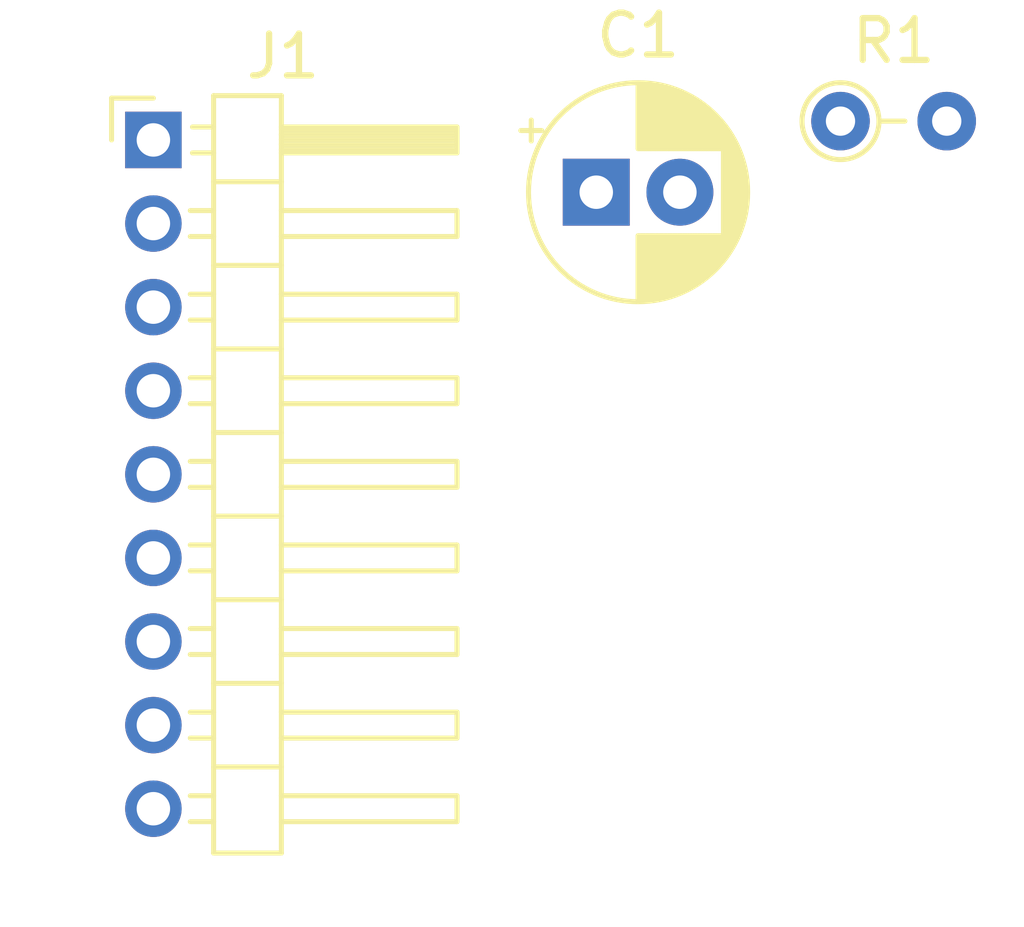
<source format=kicad_pcb>
(kicad_pcb (version 20171130) (host pcbnew "(5.1.2-1)-1")

  (general
    (thickness 1.6)
    (drawings 0)
    (tracks 0)
    (zones 0)
    (modules 3)
    (nets 8)
  )

  (page A4)
  (layers
    (0 F.Cu signal)
    (31 B.Cu signal)
    (32 B.Adhes user)
    (33 F.Adhes user)
    (34 B.Paste user)
    (35 F.Paste user)
    (36 B.SilkS user)
    (37 F.SilkS user)
    (38 B.Mask user)
    (39 F.Mask user)
    (40 Dwgs.User user)
    (41 Cmts.User user)
    (42 Eco1.User user)
    (43 Eco2.User user)
    (44 Edge.Cuts user)
    (45 Margin user)
    (46 B.CrtYd user)
    (47 F.CrtYd user)
    (48 B.Fab user)
    (49 F.Fab user)
  )

  (setup
    (last_trace_width 0.25)
    (trace_clearance 0.2)
    (zone_clearance 0.508)
    (zone_45_only no)
    (trace_min 0.2)
    (via_size 0.8)
    (via_drill 0.4)
    (via_min_size 0.4)
    (via_min_drill 0.3)
    (uvia_size 0.3)
    (uvia_drill 0.1)
    (uvias_allowed no)
    (uvia_min_size 0.2)
    (uvia_min_drill 0.1)
    (edge_width 0.05)
    (segment_width 0.2)
    (pcb_text_width 0.3)
    (pcb_text_size 1.5 1.5)
    (mod_edge_width 0.12)
    (mod_text_size 1 1)
    (mod_text_width 0.15)
    (pad_size 1.524 1.524)
    (pad_drill 0.762)
    (pad_to_mask_clearance 0.051)
    (solder_mask_min_width 0.25)
    (aux_axis_origin 0 0)
    (visible_elements FFFFEF7F)
    (pcbplotparams
      (layerselection 0x010fc_ffffffff)
      (usegerberextensions false)
      (usegerberattributes false)
      (usegerberadvancedattributes false)
      (creategerberjobfile false)
      (excludeedgelayer true)
      (linewidth 0.100000)
      (plotframeref false)
      (viasonmask false)
      (mode 1)
      (useauxorigin false)
      (hpglpennumber 1)
      (hpglpenspeed 20)
      (hpglpendiameter 15.000000)
      (psnegative false)
      (psa4output false)
      (plotreference true)
      (plotvalue true)
      (plotinvisibletext false)
      (padsonsilk false)
      (subtractmaskfromsilk false)
      (outputformat 1)
      (mirror false)
      (drillshape 1)
      (scaleselection 1)
      (outputdirectory ""))
  )

  (net 0 "")
  (net 1 "Net-(C1-Pad2)")
  (net 2 "Net-(C1-Pad1)")
  (net 3 "Net-(J1-Pad6)")
  (net 4 "Net-(J1-Pad5)")
  (net 5 "Net-(J1-Pad3)")
  (net 6 "Net-(J1-Pad2)")
  (net 7 "Net-(J1-Pad1)")

  (net_class Default "This is the default net class."
    (clearance 0.2)
    (trace_width 0.25)
    (via_dia 0.8)
    (via_drill 0.4)
    (uvia_dia 0.3)
    (uvia_drill 0.1)
    (add_net "Net-(C1-Pad1)")
    (add_net "Net-(C1-Pad2)")
    (add_net "Net-(J1-Pad1)")
    (add_net "Net-(J1-Pad2)")
    (add_net "Net-(J1-Pad3)")
    (add_net "Net-(J1-Pad5)")
    (add_net "Net-(J1-Pad6)")
  )

  (module Resistor_THT:R_Axial_DIN0204_L3.6mm_D1.6mm_P2.54mm_Vertical (layer F.Cu) (tedit 5AE5139B) (tstamp 5E5DD2D9)
    (at 167.130225 74.5)
    (descr "Resistor, Axial_DIN0204 series, Axial, Vertical, pin pitch=2.54mm, 0.167W, length*diameter=3.6*1.6mm^2, http://cdn-reichelt.de/documents/datenblatt/B400/1_4W%23YAG.pdf")
    (tags "Resistor Axial_DIN0204 series Axial Vertical pin pitch 2.54mm 0.167W length 3.6mm diameter 1.6mm")
    (path /5E5D8064)
    (fp_text reference R1 (at 1.27 -1.92) (layer F.SilkS)
      (effects (font (size 1 1) (thickness 0.15)))
    )
    (fp_text value R_Small (at 1.27 1.92) (layer F.Fab)
      (effects (font (size 1 1) (thickness 0.15)))
    )
    (fp_text user %R (at 1.27 -1.92) (layer F.Fab)
      (effects (font (size 1 1) (thickness 0.15)))
    )
    (fp_line (start 3.49 -1.05) (end -1.05 -1.05) (layer F.CrtYd) (width 0.05))
    (fp_line (start 3.49 1.05) (end 3.49 -1.05) (layer F.CrtYd) (width 0.05))
    (fp_line (start -1.05 1.05) (end 3.49 1.05) (layer F.CrtYd) (width 0.05))
    (fp_line (start -1.05 -1.05) (end -1.05 1.05) (layer F.CrtYd) (width 0.05))
    (fp_line (start 0.92 0) (end 1.54 0) (layer F.SilkS) (width 0.12))
    (fp_line (start 0 0) (end 2.54 0) (layer F.Fab) (width 0.1))
    (fp_circle (center 0 0) (end 0.92 0) (layer F.SilkS) (width 0.12))
    (fp_circle (center 0 0) (end 0.8 0) (layer F.Fab) (width 0.1))
    (pad 2 thru_hole oval (at 2.54 0) (size 1.4 1.4) (drill 0.7) (layers *.Cu *.Mask)
      (net 2 "Net-(C1-Pad1)"))
    (pad 1 thru_hole circle (at 0 0) (size 1.4 1.4) (drill 0.7) (layers *.Cu *.Mask)
      (net 7 "Net-(J1-Pad1)"))
    (model ${KISYS3DMOD}/Resistor_THT.3dshapes/R_Axial_DIN0204_L3.6mm_D1.6mm_P2.54mm_Vertical.wrl
      (at (xyz 0 0 0))
      (scale (xyz 1 1 1))
      (rotate (xyz 0 0 0))
    )
  )

  (module Connector_PinHeader_2.00mm:PinHeader_1x09_P2.00mm_Horizontal (layer F.Cu) (tedit 59FED667) (tstamp 5E5DD2CA)
    (at 150.700225 74.95)
    (descr "Through hole angled pin header, 1x09, 2.00mm pitch, 4.2mm pin length, single row")
    (tags "Through hole angled pin header THT 1x09 2.00mm single row")
    (path /5E5D8279)
    (fp_text reference J1 (at 3.1 -2) (layer F.SilkS)
      (effects (font (size 1 1) (thickness 0.15)))
    )
    (fp_text value Conn_01x06_Male (at 3.1 18) (layer F.Fab)
      (effects (font (size 1 1) (thickness 0.15)))
    )
    (fp_text user %R (at 2.25 8 90) (layer F.Fab)
      (effects (font (size 0.9 0.9) (thickness 0.135)))
    )
    (fp_line (start 7.7 -1.5) (end -1.5 -1.5) (layer F.CrtYd) (width 0.05))
    (fp_line (start 7.7 17.5) (end 7.7 -1.5) (layer F.CrtYd) (width 0.05))
    (fp_line (start -1.5 17.5) (end 7.7 17.5) (layer F.CrtYd) (width 0.05))
    (fp_line (start -1.5 -1.5) (end -1.5 17.5) (layer F.CrtYd) (width 0.05))
    (fp_line (start -1 -1) (end 0 -1) (layer F.SilkS) (width 0.12))
    (fp_line (start -1 0) (end -1 -1) (layer F.SilkS) (width 0.12))
    (fp_line (start 0.882114 16.31) (end 1.44 16.31) (layer F.SilkS) (width 0.12))
    (fp_line (start 0.882114 15.69) (end 1.44 15.69) (layer F.SilkS) (width 0.12))
    (fp_line (start 7.26 16.31) (end 3.06 16.31) (layer F.SilkS) (width 0.12))
    (fp_line (start 7.26 15.69) (end 7.26 16.31) (layer F.SilkS) (width 0.12))
    (fp_line (start 3.06 15.69) (end 7.26 15.69) (layer F.SilkS) (width 0.12))
    (fp_line (start 1.44 15) (end 3.06 15) (layer F.SilkS) (width 0.12))
    (fp_line (start 0.882114 14.31) (end 1.44 14.31) (layer F.SilkS) (width 0.12))
    (fp_line (start 0.882114 13.69) (end 1.44 13.69) (layer F.SilkS) (width 0.12))
    (fp_line (start 7.26 14.31) (end 3.06 14.31) (layer F.SilkS) (width 0.12))
    (fp_line (start 7.26 13.69) (end 7.26 14.31) (layer F.SilkS) (width 0.12))
    (fp_line (start 3.06 13.69) (end 7.26 13.69) (layer F.SilkS) (width 0.12))
    (fp_line (start 1.44 13) (end 3.06 13) (layer F.SilkS) (width 0.12))
    (fp_line (start 0.882114 12.31) (end 1.44 12.31) (layer F.SilkS) (width 0.12))
    (fp_line (start 0.882114 11.69) (end 1.44 11.69) (layer F.SilkS) (width 0.12))
    (fp_line (start 7.26 12.31) (end 3.06 12.31) (layer F.SilkS) (width 0.12))
    (fp_line (start 7.26 11.69) (end 7.26 12.31) (layer F.SilkS) (width 0.12))
    (fp_line (start 3.06 11.69) (end 7.26 11.69) (layer F.SilkS) (width 0.12))
    (fp_line (start 1.44 11) (end 3.06 11) (layer F.SilkS) (width 0.12))
    (fp_line (start 0.882114 10.31) (end 1.44 10.31) (layer F.SilkS) (width 0.12))
    (fp_line (start 0.882114 9.69) (end 1.44 9.69) (layer F.SilkS) (width 0.12))
    (fp_line (start 7.26 10.31) (end 3.06 10.31) (layer F.SilkS) (width 0.12))
    (fp_line (start 7.26 9.69) (end 7.26 10.31) (layer F.SilkS) (width 0.12))
    (fp_line (start 3.06 9.69) (end 7.26 9.69) (layer F.SilkS) (width 0.12))
    (fp_line (start 1.44 9) (end 3.06 9) (layer F.SilkS) (width 0.12))
    (fp_line (start 0.882114 8.31) (end 1.44 8.31) (layer F.SilkS) (width 0.12))
    (fp_line (start 0.882114 7.69) (end 1.44 7.69) (layer F.SilkS) (width 0.12))
    (fp_line (start 7.26 8.31) (end 3.06 8.31) (layer F.SilkS) (width 0.12))
    (fp_line (start 7.26 7.69) (end 7.26 8.31) (layer F.SilkS) (width 0.12))
    (fp_line (start 3.06 7.69) (end 7.26 7.69) (layer F.SilkS) (width 0.12))
    (fp_line (start 1.44 7) (end 3.06 7) (layer F.SilkS) (width 0.12))
    (fp_line (start 0.882114 6.31) (end 1.44 6.31) (layer F.SilkS) (width 0.12))
    (fp_line (start 0.882114 5.69) (end 1.44 5.69) (layer F.SilkS) (width 0.12))
    (fp_line (start 7.26 6.31) (end 3.06 6.31) (layer F.SilkS) (width 0.12))
    (fp_line (start 7.26 5.69) (end 7.26 6.31) (layer F.SilkS) (width 0.12))
    (fp_line (start 3.06 5.69) (end 7.26 5.69) (layer F.SilkS) (width 0.12))
    (fp_line (start 1.44 5) (end 3.06 5) (layer F.SilkS) (width 0.12))
    (fp_line (start 0.882114 4.31) (end 1.44 4.31) (layer F.SilkS) (width 0.12))
    (fp_line (start 0.882114 3.69) (end 1.44 3.69) (layer F.SilkS) (width 0.12))
    (fp_line (start 7.26 4.31) (end 3.06 4.31) (layer F.SilkS) (width 0.12))
    (fp_line (start 7.26 3.69) (end 7.26 4.31) (layer F.SilkS) (width 0.12))
    (fp_line (start 3.06 3.69) (end 7.26 3.69) (layer F.SilkS) (width 0.12))
    (fp_line (start 1.44 3) (end 3.06 3) (layer F.SilkS) (width 0.12))
    (fp_line (start 0.882114 2.31) (end 1.44 2.31) (layer F.SilkS) (width 0.12))
    (fp_line (start 0.882114 1.69) (end 1.44 1.69) (layer F.SilkS) (width 0.12))
    (fp_line (start 7.26 2.31) (end 3.06 2.31) (layer F.SilkS) (width 0.12))
    (fp_line (start 7.26 1.69) (end 7.26 2.31) (layer F.SilkS) (width 0.12))
    (fp_line (start 3.06 1.69) (end 7.26 1.69) (layer F.SilkS) (width 0.12))
    (fp_line (start 1.44 1) (end 3.06 1) (layer F.SilkS) (width 0.12))
    (fp_line (start 0.935 0.31) (end 1.44 0.31) (layer F.SilkS) (width 0.12))
    (fp_line (start 0.935 -0.31) (end 1.44 -0.31) (layer F.SilkS) (width 0.12))
    (fp_line (start 3.06 0.23) (end 7.26 0.23) (layer F.SilkS) (width 0.12))
    (fp_line (start 3.06 0.11) (end 7.26 0.11) (layer F.SilkS) (width 0.12))
    (fp_line (start 3.06 -0.01) (end 7.26 -0.01) (layer F.SilkS) (width 0.12))
    (fp_line (start 3.06 -0.13) (end 7.26 -0.13) (layer F.SilkS) (width 0.12))
    (fp_line (start 3.06 -0.25) (end 7.26 -0.25) (layer F.SilkS) (width 0.12))
    (fp_line (start 7.26 0.31) (end 3.06 0.31) (layer F.SilkS) (width 0.12))
    (fp_line (start 7.26 -0.31) (end 7.26 0.31) (layer F.SilkS) (width 0.12))
    (fp_line (start 3.06 -0.31) (end 7.26 -0.31) (layer F.SilkS) (width 0.12))
    (fp_line (start 3.06 -1.06) (end 1.44 -1.06) (layer F.SilkS) (width 0.12))
    (fp_line (start 3.06 17.06) (end 3.06 -1.06) (layer F.SilkS) (width 0.12))
    (fp_line (start 1.44 17.06) (end 3.06 17.06) (layer F.SilkS) (width 0.12))
    (fp_line (start 1.44 -1.06) (end 1.44 17.06) (layer F.SilkS) (width 0.12))
    (fp_line (start 3 16.25) (end 7.2 16.25) (layer F.Fab) (width 0.1))
    (fp_line (start 7.2 15.75) (end 7.2 16.25) (layer F.Fab) (width 0.1))
    (fp_line (start 3 15.75) (end 7.2 15.75) (layer F.Fab) (width 0.1))
    (fp_line (start -0.25 16.25) (end 1.5 16.25) (layer F.Fab) (width 0.1))
    (fp_line (start -0.25 15.75) (end -0.25 16.25) (layer F.Fab) (width 0.1))
    (fp_line (start -0.25 15.75) (end 1.5 15.75) (layer F.Fab) (width 0.1))
    (fp_line (start 3 14.25) (end 7.2 14.25) (layer F.Fab) (width 0.1))
    (fp_line (start 7.2 13.75) (end 7.2 14.25) (layer F.Fab) (width 0.1))
    (fp_line (start 3 13.75) (end 7.2 13.75) (layer F.Fab) (width 0.1))
    (fp_line (start -0.25 14.25) (end 1.5 14.25) (layer F.Fab) (width 0.1))
    (fp_line (start -0.25 13.75) (end -0.25 14.25) (layer F.Fab) (width 0.1))
    (fp_line (start -0.25 13.75) (end 1.5 13.75) (layer F.Fab) (width 0.1))
    (fp_line (start 3 12.25) (end 7.2 12.25) (layer F.Fab) (width 0.1))
    (fp_line (start 7.2 11.75) (end 7.2 12.25) (layer F.Fab) (width 0.1))
    (fp_line (start 3 11.75) (end 7.2 11.75) (layer F.Fab) (width 0.1))
    (fp_line (start -0.25 12.25) (end 1.5 12.25) (layer F.Fab) (width 0.1))
    (fp_line (start -0.25 11.75) (end -0.25 12.25) (layer F.Fab) (width 0.1))
    (fp_line (start -0.25 11.75) (end 1.5 11.75) (layer F.Fab) (width 0.1))
    (fp_line (start 3 10.25) (end 7.2 10.25) (layer F.Fab) (width 0.1))
    (fp_line (start 7.2 9.75) (end 7.2 10.25) (layer F.Fab) (width 0.1))
    (fp_line (start 3 9.75) (end 7.2 9.75) (layer F.Fab) (width 0.1))
    (fp_line (start -0.25 10.25) (end 1.5 10.25) (layer F.Fab) (width 0.1))
    (fp_line (start -0.25 9.75) (end -0.25 10.25) (layer F.Fab) (width 0.1))
    (fp_line (start -0.25 9.75) (end 1.5 9.75) (layer F.Fab) (width 0.1))
    (fp_line (start 3 8.25) (end 7.2 8.25) (layer F.Fab) (width 0.1))
    (fp_line (start 7.2 7.75) (end 7.2 8.25) (layer F.Fab) (width 0.1))
    (fp_line (start 3 7.75) (end 7.2 7.75) (layer F.Fab) (width 0.1))
    (fp_line (start -0.25 8.25) (end 1.5 8.25) (layer F.Fab) (width 0.1))
    (fp_line (start -0.25 7.75) (end -0.25 8.25) (layer F.Fab) (width 0.1))
    (fp_line (start -0.25 7.75) (end 1.5 7.75) (layer F.Fab) (width 0.1))
    (fp_line (start 3 6.25) (end 7.2 6.25) (layer F.Fab) (width 0.1))
    (fp_line (start 7.2 5.75) (end 7.2 6.25) (layer F.Fab) (width 0.1))
    (fp_line (start 3 5.75) (end 7.2 5.75) (layer F.Fab) (width 0.1))
    (fp_line (start -0.25 6.25) (end 1.5 6.25) (layer F.Fab) (width 0.1))
    (fp_line (start -0.25 5.75) (end -0.25 6.25) (layer F.Fab) (width 0.1))
    (fp_line (start -0.25 5.75) (end 1.5 5.75) (layer F.Fab) (width 0.1))
    (fp_line (start 3 4.25) (end 7.2 4.25) (layer F.Fab) (width 0.1))
    (fp_line (start 7.2 3.75) (end 7.2 4.25) (layer F.Fab) (width 0.1))
    (fp_line (start 3 3.75) (end 7.2 3.75) (layer F.Fab) (width 0.1))
    (fp_line (start -0.25 4.25) (end 1.5 4.25) (layer F.Fab) (width 0.1))
    (fp_line (start -0.25 3.75) (end -0.25 4.25) (layer F.Fab) (width 0.1))
    (fp_line (start -0.25 3.75) (end 1.5 3.75) (layer F.Fab) (width 0.1))
    (fp_line (start 3 2.25) (end 7.2 2.25) (layer F.Fab) (width 0.1))
    (fp_line (start 7.2 1.75) (end 7.2 2.25) (layer F.Fab) (width 0.1))
    (fp_line (start 3 1.75) (end 7.2 1.75) (layer F.Fab) (width 0.1))
    (fp_line (start -0.25 2.25) (end 1.5 2.25) (layer F.Fab) (width 0.1))
    (fp_line (start -0.25 1.75) (end -0.25 2.25) (layer F.Fab) (width 0.1))
    (fp_line (start -0.25 1.75) (end 1.5 1.75) (layer F.Fab) (width 0.1))
    (fp_line (start 3 0.25) (end 7.2 0.25) (layer F.Fab) (width 0.1))
    (fp_line (start 7.2 -0.25) (end 7.2 0.25) (layer F.Fab) (width 0.1))
    (fp_line (start 3 -0.25) (end 7.2 -0.25) (layer F.Fab) (width 0.1))
    (fp_line (start -0.25 0.25) (end 1.5 0.25) (layer F.Fab) (width 0.1))
    (fp_line (start -0.25 -0.25) (end -0.25 0.25) (layer F.Fab) (width 0.1))
    (fp_line (start -0.25 -0.25) (end 1.5 -0.25) (layer F.Fab) (width 0.1))
    (fp_line (start 1.5 -0.625) (end 1.875 -1) (layer F.Fab) (width 0.1))
    (fp_line (start 1.5 17) (end 1.5 -0.625) (layer F.Fab) (width 0.1))
    (fp_line (start 3 17) (end 1.5 17) (layer F.Fab) (width 0.1))
    (fp_line (start 3 -1) (end 3 17) (layer F.Fab) (width 0.1))
    (fp_line (start 1.875 -1) (end 3 -1) (layer F.Fab) (width 0.1))
    (pad 9 thru_hole oval (at 0 16) (size 1.35 1.35) (drill 0.8) (layers *.Cu *.Mask))
    (pad 8 thru_hole oval (at 0 14) (size 1.35 1.35) (drill 0.8) (layers *.Cu *.Mask))
    (pad 7 thru_hole oval (at 0 12) (size 1.35 1.35) (drill 0.8) (layers *.Cu *.Mask))
    (pad 6 thru_hole oval (at 0 10) (size 1.35 1.35) (drill 0.8) (layers *.Cu *.Mask)
      (net 3 "Net-(J1-Pad6)"))
    (pad 5 thru_hole oval (at 0 8) (size 1.35 1.35) (drill 0.8) (layers *.Cu *.Mask)
      (net 4 "Net-(J1-Pad5)"))
    (pad 4 thru_hole oval (at 0 6) (size 1.35 1.35) (drill 0.8) (layers *.Cu *.Mask)
      (net 1 "Net-(C1-Pad2)"))
    (pad 3 thru_hole oval (at 0 4) (size 1.35 1.35) (drill 0.8) (layers *.Cu *.Mask)
      (net 5 "Net-(J1-Pad3)"))
    (pad 2 thru_hole oval (at 0 2) (size 1.35 1.35) (drill 0.8) (layers *.Cu *.Mask)
      (net 6 "Net-(J1-Pad2)"))
    (pad 1 thru_hole rect (at 0 0) (size 1.35 1.35) (drill 0.8) (layers *.Cu *.Mask)
      (net 7 "Net-(J1-Pad1)"))
    (model ${KISYS3DMOD}/Connector_PinHeader_2.00mm.3dshapes/PinHeader_1x09_P2.00mm_Horizontal.wrl
      (at (xyz 0 0 0))
      (scale (xyz 1 1 1))
      (rotate (xyz 0 0 0))
    )
  )

  (module Capacitor_THT:CP_Radial_D5.0mm_P2.00mm (layer F.Cu) (tedit 5AE50EF0) (tstamp 5E5DD23D)
    (at 161.29 76.2)
    (descr "CP, Radial series, Radial, pin pitch=2.00mm, , diameter=5mm, Electrolytic Capacitor")
    (tags "CP Radial series Radial pin pitch 2.00mm  diameter 5mm Electrolytic Capacitor")
    (path /5E5D8757)
    (fp_text reference C1 (at 1 -3.75) (layer F.SilkS)
      (effects (font (size 1 1) (thickness 0.15)))
    )
    (fp_text value CP (at 1 3.75) (layer F.Fab)
      (effects (font (size 1 1) (thickness 0.15)))
    )
    (fp_text user %R (at 1 0) (layer F.Fab)
      (effects (font (size 1 1) (thickness 0.15)))
    )
    (fp_line (start -1.554775 -1.725) (end -1.554775 -1.225) (layer F.SilkS) (width 0.12))
    (fp_line (start -1.804775 -1.475) (end -1.304775 -1.475) (layer F.SilkS) (width 0.12))
    (fp_line (start 3.601 -0.284) (end 3.601 0.284) (layer F.SilkS) (width 0.12))
    (fp_line (start 3.561 -0.518) (end 3.561 0.518) (layer F.SilkS) (width 0.12))
    (fp_line (start 3.521 -0.677) (end 3.521 0.677) (layer F.SilkS) (width 0.12))
    (fp_line (start 3.481 -0.805) (end 3.481 0.805) (layer F.SilkS) (width 0.12))
    (fp_line (start 3.441 -0.915) (end 3.441 0.915) (layer F.SilkS) (width 0.12))
    (fp_line (start 3.401 -1.011) (end 3.401 1.011) (layer F.SilkS) (width 0.12))
    (fp_line (start 3.361 -1.098) (end 3.361 1.098) (layer F.SilkS) (width 0.12))
    (fp_line (start 3.321 -1.178) (end 3.321 1.178) (layer F.SilkS) (width 0.12))
    (fp_line (start 3.281 -1.251) (end 3.281 1.251) (layer F.SilkS) (width 0.12))
    (fp_line (start 3.241 -1.319) (end 3.241 1.319) (layer F.SilkS) (width 0.12))
    (fp_line (start 3.201 -1.383) (end 3.201 1.383) (layer F.SilkS) (width 0.12))
    (fp_line (start 3.161 -1.443) (end 3.161 1.443) (layer F.SilkS) (width 0.12))
    (fp_line (start 3.121 -1.5) (end 3.121 1.5) (layer F.SilkS) (width 0.12))
    (fp_line (start 3.081 -1.554) (end 3.081 1.554) (layer F.SilkS) (width 0.12))
    (fp_line (start 3.041 -1.605) (end 3.041 1.605) (layer F.SilkS) (width 0.12))
    (fp_line (start 3.001 1.04) (end 3.001 1.653) (layer F.SilkS) (width 0.12))
    (fp_line (start 3.001 -1.653) (end 3.001 -1.04) (layer F.SilkS) (width 0.12))
    (fp_line (start 2.961 1.04) (end 2.961 1.699) (layer F.SilkS) (width 0.12))
    (fp_line (start 2.961 -1.699) (end 2.961 -1.04) (layer F.SilkS) (width 0.12))
    (fp_line (start 2.921 1.04) (end 2.921 1.743) (layer F.SilkS) (width 0.12))
    (fp_line (start 2.921 -1.743) (end 2.921 -1.04) (layer F.SilkS) (width 0.12))
    (fp_line (start 2.881 1.04) (end 2.881 1.785) (layer F.SilkS) (width 0.12))
    (fp_line (start 2.881 -1.785) (end 2.881 -1.04) (layer F.SilkS) (width 0.12))
    (fp_line (start 2.841 1.04) (end 2.841 1.826) (layer F.SilkS) (width 0.12))
    (fp_line (start 2.841 -1.826) (end 2.841 -1.04) (layer F.SilkS) (width 0.12))
    (fp_line (start 2.801 1.04) (end 2.801 1.864) (layer F.SilkS) (width 0.12))
    (fp_line (start 2.801 -1.864) (end 2.801 -1.04) (layer F.SilkS) (width 0.12))
    (fp_line (start 2.761 1.04) (end 2.761 1.901) (layer F.SilkS) (width 0.12))
    (fp_line (start 2.761 -1.901) (end 2.761 -1.04) (layer F.SilkS) (width 0.12))
    (fp_line (start 2.721 1.04) (end 2.721 1.937) (layer F.SilkS) (width 0.12))
    (fp_line (start 2.721 -1.937) (end 2.721 -1.04) (layer F.SilkS) (width 0.12))
    (fp_line (start 2.681 1.04) (end 2.681 1.971) (layer F.SilkS) (width 0.12))
    (fp_line (start 2.681 -1.971) (end 2.681 -1.04) (layer F.SilkS) (width 0.12))
    (fp_line (start 2.641 1.04) (end 2.641 2.004) (layer F.SilkS) (width 0.12))
    (fp_line (start 2.641 -2.004) (end 2.641 -1.04) (layer F.SilkS) (width 0.12))
    (fp_line (start 2.601 1.04) (end 2.601 2.035) (layer F.SilkS) (width 0.12))
    (fp_line (start 2.601 -2.035) (end 2.601 -1.04) (layer F.SilkS) (width 0.12))
    (fp_line (start 2.561 1.04) (end 2.561 2.065) (layer F.SilkS) (width 0.12))
    (fp_line (start 2.561 -2.065) (end 2.561 -1.04) (layer F.SilkS) (width 0.12))
    (fp_line (start 2.521 1.04) (end 2.521 2.095) (layer F.SilkS) (width 0.12))
    (fp_line (start 2.521 -2.095) (end 2.521 -1.04) (layer F.SilkS) (width 0.12))
    (fp_line (start 2.481 1.04) (end 2.481 2.122) (layer F.SilkS) (width 0.12))
    (fp_line (start 2.481 -2.122) (end 2.481 -1.04) (layer F.SilkS) (width 0.12))
    (fp_line (start 2.441 1.04) (end 2.441 2.149) (layer F.SilkS) (width 0.12))
    (fp_line (start 2.441 -2.149) (end 2.441 -1.04) (layer F.SilkS) (width 0.12))
    (fp_line (start 2.401 1.04) (end 2.401 2.175) (layer F.SilkS) (width 0.12))
    (fp_line (start 2.401 -2.175) (end 2.401 -1.04) (layer F.SilkS) (width 0.12))
    (fp_line (start 2.361 1.04) (end 2.361 2.2) (layer F.SilkS) (width 0.12))
    (fp_line (start 2.361 -2.2) (end 2.361 -1.04) (layer F.SilkS) (width 0.12))
    (fp_line (start 2.321 1.04) (end 2.321 2.224) (layer F.SilkS) (width 0.12))
    (fp_line (start 2.321 -2.224) (end 2.321 -1.04) (layer F.SilkS) (width 0.12))
    (fp_line (start 2.281 1.04) (end 2.281 2.247) (layer F.SilkS) (width 0.12))
    (fp_line (start 2.281 -2.247) (end 2.281 -1.04) (layer F.SilkS) (width 0.12))
    (fp_line (start 2.241 1.04) (end 2.241 2.268) (layer F.SilkS) (width 0.12))
    (fp_line (start 2.241 -2.268) (end 2.241 -1.04) (layer F.SilkS) (width 0.12))
    (fp_line (start 2.201 1.04) (end 2.201 2.29) (layer F.SilkS) (width 0.12))
    (fp_line (start 2.201 -2.29) (end 2.201 -1.04) (layer F.SilkS) (width 0.12))
    (fp_line (start 2.161 1.04) (end 2.161 2.31) (layer F.SilkS) (width 0.12))
    (fp_line (start 2.161 -2.31) (end 2.161 -1.04) (layer F.SilkS) (width 0.12))
    (fp_line (start 2.121 1.04) (end 2.121 2.329) (layer F.SilkS) (width 0.12))
    (fp_line (start 2.121 -2.329) (end 2.121 -1.04) (layer F.SilkS) (width 0.12))
    (fp_line (start 2.081 1.04) (end 2.081 2.348) (layer F.SilkS) (width 0.12))
    (fp_line (start 2.081 -2.348) (end 2.081 -1.04) (layer F.SilkS) (width 0.12))
    (fp_line (start 2.041 1.04) (end 2.041 2.365) (layer F.SilkS) (width 0.12))
    (fp_line (start 2.041 -2.365) (end 2.041 -1.04) (layer F.SilkS) (width 0.12))
    (fp_line (start 2.001 1.04) (end 2.001 2.382) (layer F.SilkS) (width 0.12))
    (fp_line (start 2.001 -2.382) (end 2.001 -1.04) (layer F.SilkS) (width 0.12))
    (fp_line (start 1.961 1.04) (end 1.961 2.398) (layer F.SilkS) (width 0.12))
    (fp_line (start 1.961 -2.398) (end 1.961 -1.04) (layer F.SilkS) (width 0.12))
    (fp_line (start 1.921 1.04) (end 1.921 2.414) (layer F.SilkS) (width 0.12))
    (fp_line (start 1.921 -2.414) (end 1.921 -1.04) (layer F.SilkS) (width 0.12))
    (fp_line (start 1.881 1.04) (end 1.881 2.428) (layer F.SilkS) (width 0.12))
    (fp_line (start 1.881 -2.428) (end 1.881 -1.04) (layer F.SilkS) (width 0.12))
    (fp_line (start 1.841 1.04) (end 1.841 2.442) (layer F.SilkS) (width 0.12))
    (fp_line (start 1.841 -2.442) (end 1.841 -1.04) (layer F.SilkS) (width 0.12))
    (fp_line (start 1.801 1.04) (end 1.801 2.455) (layer F.SilkS) (width 0.12))
    (fp_line (start 1.801 -2.455) (end 1.801 -1.04) (layer F.SilkS) (width 0.12))
    (fp_line (start 1.761 1.04) (end 1.761 2.468) (layer F.SilkS) (width 0.12))
    (fp_line (start 1.761 -2.468) (end 1.761 -1.04) (layer F.SilkS) (width 0.12))
    (fp_line (start 1.721 1.04) (end 1.721 2.48) (layer F.SilkS) (width 0.12))
    (fp_line (start 1.721 -2.48) (end 1.721 -1.04) (layer F.SilkS) (width 0.12))
    (fp_line (start 1.68 1.04) (end 1.68 2.491) (layer F.SilkS) (width 0.12))
    (fp_line (start 1.68 -2.491) (end 1.68 -1.04) (layer F.SilkS) (width 0.12))
    (fp_line (start 1.64 1.04) (end 1.64 2.501) (layer F.SilkS) (width 0.12))
    (fp_line (start 1.64 -2.501) (end 1.64 -1.04) (layer F.SilkS) (width 0.12))
    (fp_line (start 1.6 1.04) (end 1.6 2.511) (layer F.SilkS) (width 0.12))
    (fp_line (start 1.6 -2.511) (end 1.6 -1.04) (layer F.SilkS) (width 0.12))
    (fp_line (start 1.56 1.04) (end 1.56 2.52) (layer F.SilkS) (width 0.12))
    (fp_line (start 1.56 -2.52) (end 1.56 -1.04) (layer F.SilkS) (width 0.12))
    (fp_line (start 1.52 1.04) (end 1.52 2.528) (layer F.SilkS) (width 0.12))
    (fp_line (start 1.52 -2.528) (end 1.52 -1.04) (layer F.SilkS) (width 0.12))
    (fp_line (start 1.48 1.04) (end 1.48 2.536) (layer F.SilkS) (width 0.12))
    (fp_line (start 1.48 -2.536) (end 1.48 -1.04) (layer F.SilkS) (width 0.12))
    (fp_line (start 1.44 1.04) (end 1.44 2.543) (layer F.SilkS) (width 0.12))
    (fp_line (start 1.44 -2.543) (end 1.44 -1.04) (layer F.SilkS) (width 0.12))
    (fp_line (start 1.4 1.04) (end 1.4 2.55) (layer F.SilkS) (width 0.12))
    (fp_line (start 1.4 -2.55) (end 1.4 -1.04) (layer F.SilkS) (width 0.12))
    (fp_line (start 1.36 1.04) (end 1.36 2.556) (layer F.SilkS) (width 0.12))
    (fp_line (start 1.36 -2.556) (end 1.36 -1.04) (layer F.SilkS) (width 0.12))
    (fp_line (start 1.32 1.04) (end 1.32 2.561) (layer F.SilkS) (width 0.12))
    (fp_line (start 1.32 -2.561) (end 1.32 -1.04) (layer F.SilkS) (width 0.12))
    (fp_line (start 1.28 1.04) (end 1.28 2.565) (layer F.SilkS) (width 0.12))
    (fp_line (start 1.28 -2.565) (end 1.28 -1.04) (layer F.SilkS) (width 0.12))
    (fp_line (start 1.24 1.04) (end 1.24 2.569) (layer F.SilkS) (width 0.12))
    (fp_line (start 1.24 -2.569) (end 1.24 -1.04) (layer F.SilkS) (width 0.12))
    (fp_line (start 1.2 1.04) (end 1.2 2.573) (layer F.SilkS) (width 0.12))
    (fp_line (start 1.2 -2.573) (end 1.2 -1.04) (layer F.SilkS) (width 0.12))
    (fp_line (start 1.16 1.04) (end 1.16 2.576) (layer F.SilkS) (width 0.12))
    (fp_line (start 1.16 -2.576) (end 1.16 -1.04) (layer F.SilkS) (width 0.12))
    (fp_line (start 1.12 1.04) (end 1.12 2.578) (layer F.SilkS) (width 0.12))
    (fp_line (start 1.12 -2.578) (end 1.12 -1.04) (layer F.SilkS) (width 0.12))
    (fp_line (start 1.08 1.04) (end 1.08 2.579) (layer F.SilkS) (width 0.12))
    (fp_line (start 1.08 -2.579) (end 1.08 -1.04) (layer F.SilkS) (width 0.12))
    (fp_line (start 1.04 -2.58) (end 1.04 -1.04) (layer F.SilkS) (width 0.12))
    (fp_line (start 1.04 1.04) (end 1.04 2.58) (layer F.SilkS) (width 0.12))
    (fp_line (start 1 -2.58) (end 1 -1.04) (layer F.SilkS) (width 0.12))
    (fp_line (start 1 1.04) (end 1 2.58) (layer F.SilkS) (width 0.12))
    (fp_line (start -0.883605 -1.3375) (end -0.883605 -0.8375) (layer F.Fab) (width 0.1))
    (fp_line (start -1.133605 -1.0875) (end -0.633605 -1.0875) (layer F.Fab) (width 0.1))
    (fp_circle (center 1 0) (end 3.75 0) (layer F.CrtYd) (width 0.05))
    (fp_circle (center 1 0) (end 3.62 0) (layer F.SilkS) (width 0.12))
    (fp_circle (center 1 0) (end 3.5 0) (layer F.Fab) (width 0.1))
    (pad 2 thru_hole circle (at 2 0) (size 1.6 1.6) (drill 0.8) (layers *.Cu *.Mask)
      (net 1 "Net-(C1-Pad2)"))
    (pad 1 thru_hole rect (at 0 0) (size 1.6 1.6) (drill 0.8) (layers *.Cu *.Mask)
      (net 2 "Net-(C1-Pad1)"))
    (model ${KISYS3DMOD}/Capacitor_THT.3dshapes/CP_Radial_D5.0mm_P2.00mm.wrl
      (at (xyz 0 0 0))
      (scale (xyz 1 1 1))
      (rotate (xyz 0 0 0))
    )
  )

)

</source>
